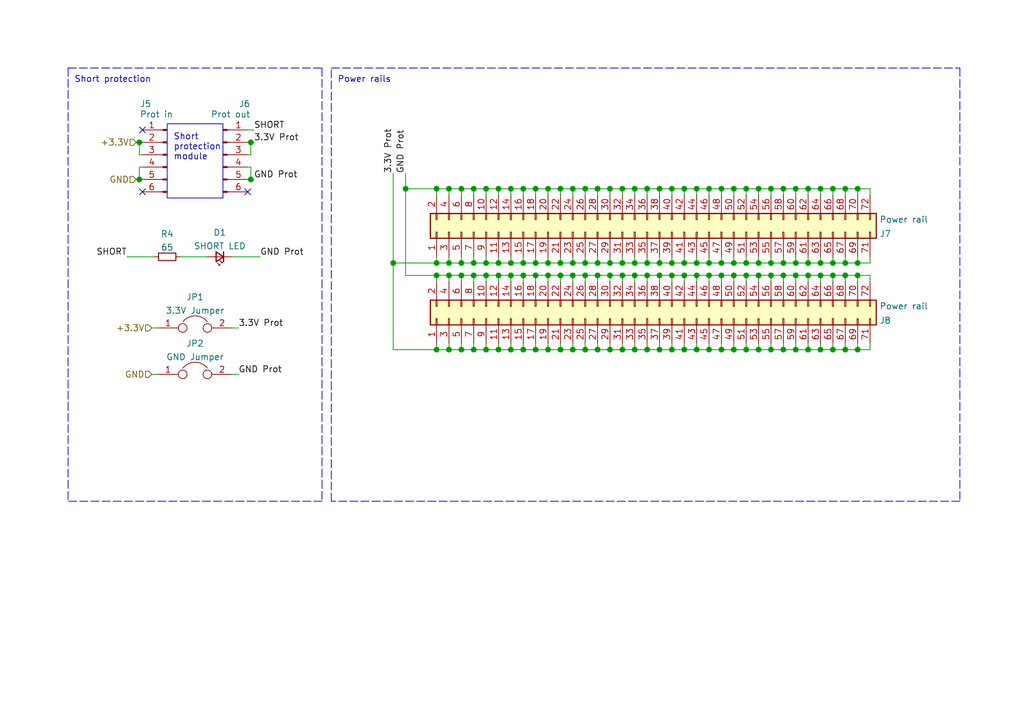
<source format=kicad_sch>
(kicad_sch (version 20210621) (generator eeschema)
  (paper "A5")
  (lib_symbols
    (symbol "Connector:Conn_01x06_Male" (pin_names (offset 1.016) hide)
      (property "Reference" "J" (at 0 7.62 0))
      (property "Value" "Conn_01x06_Male" (at 0 -10.16 0))
      (symbol "Conn_01x06_Male_1_1"
        (rectangle (start 0.8636 -7.493) (end 0 -7.747) (stroke (width 0.1524)) (fill (type outline)))
        (rectangle (start 0.8636 -4.953) (end 0 -5.207) (stroke (width 0.1524)) (fill (type outline)))
        (rectangle (start 0.8636 -2.413) (end 0 -2.667) (stroke (width 0.1524)) (fill (type outline)))
        (rectangle (start 0.8636 0.127) (end 0 -0.127) (stroke (width 0.1524)) (fill (type outline)))
        (rectangle (start 0.8636 2.667) (end 0 2.413) (stroke (width 0.1524)) (fill (type outline)))
        (rectangle (start 0.8636 5.207) (end 0 4.953) (stroke (width 0.1524)) (fill (type outline)))
        (polyline (pts (xy 1.27 -7.62) (xy 0.8636 -7.62)) (stroke (width 0.1524)))
        (polyline (pts (xy 1.27 -5.08) (xy 0.8636 -5.08)) (stroke (width 0.1524)))
        (polyline (pts (xy 1.27 -2.54) (xy 0.8636 -2.54)) (stroke (width 0.1524)))
        (polyline (pts (xy 1.27 0) (xy 0.8636 0)) (stroke (width 0.1524)))
        (polyline (pts (xy 1.27 2.54) (xy 0.8636 2.54)) (stroke (width 0.1524)))
        (polyline (pts (xy 1.27 5.08) (xy 0.8636 5.08)) (stroke (width 0.1524)))
        (pin passive line (at 5.08 5.08 180) (length 3.81) (name "Pin_1") (number "1"))
        (pin passive line (at 5.08 2.54 180) (length 3.81) (name "Pin_2") (number "2"))
        (pin passive line (at 5.08 0 180) (length 3.81) (name "Pin_3") (number "3"))
        (pin passive line (at 5.08 -2.54 180) (length 3.81) (name "Pin_4") (number "4"))
        (pin passive line (at 5.08 -5.08 180) (length 3.81) (name "Pin_5") (number "5"))
        (pin passive line (at 5.08 -7.62 180) (length 3.81) (name "Pin_6") (number "6"))
      )
    )
    (symbol "Connector_Generic:Conn_02x36_Odd_Even" (pin_names (offset 1.016) hide)
      (property "Reference" "J" (at 1.27 45.72 0))
      (property "Value" "Conn_02x36_Odd_Even" (at 1.27 -48.26 0))
      (symbol "Conn_02x36_Odd_Even_1_1"
        (rectangle (start -1.27 -45.593) (end 0 -45.847) (stroke (width 0.1524)))
        (rectangle (start -1.27 -43.053) (end 0 -43.307) (stroke (width 0.1524)))
        (rectangle (start -1.27 -40.513) (end 0 -40.767) (stroke (width 0.1524)))
        (rectangle (start -1.27 -37.973) (end 0 -38.227) (stroke (width 0.1524)))
        (rectangle (start -1.27 -35.433) (end 0 -35.687) (stroke (width 0.1524)))
        (rectangle (start -1.27 -32.893) (end 0 -33.147) (stroke (width 0.1524)))
        (rectangle (start -1.27 -30.353) (end 0 -30.607) (stroke (width 0.1524)))
        (rectangle (start -1.27 -27.813) (end 0 -28.067) (stroke (width 0.1524)))
        (rectangle (start -1.27 -25.273) (end 0 -25.527) (stroke (width 0.1524)))
        (rectangle (start -1.27 -22.733) (end 0 -22.987) (stroke (width 0.1524)))
        (rectangle (start -1.27 -20.193) (end 0 -20.447) (stroke (width 0.1524)))
        (rectangle (start -1.27 -17.653) (end 0 -17.907) (stroke (width 0.1524)))
        (rectangle (start -1.27 -15.113) (end 0 -15.367) (stroke (width 0.1524)))
        (rectangle (start -1.27 -12.573) (end 0 -12.827) (stroke (width 0.1524)))
        (rectangle (start -1.27 -10.033) (end 0 -10.287) (stroke (width 0.1524)))
        (rectangle (start -1.27 -7.493) (end 0 -7.747) (stroke (width 0.1524)))
        (rectangle (start -1.27 -4.953) (end 0 -5.207) (stroke (width 0.1524)))
        (rectangle (start -1.27 -2.413) (end 0 -2.667) (stroke (width 0.1524)))
        (rectangle (start -1.27 0.127) (end 0 -0.127) (stroke (width 0.1524)))
        (rectangle (start -1.27 2.667) (end 0 2.413) (stroke (width 0.1524)))
        (rectangle (start -1.27 5.207) (end 0 4.953) (stroke (width 0.1524)))
        (rectangle (start -1.27 7.747) (end 0 7.493) (stroke (width 0.1524)))
        (rectangle (start -1.27 10.287) (end 0 10.033) (stroke (width 0.1524)))
        (rectangle (start -1.27 12.827) (end 0 12.573) (stroke (width 0.1524)))
        (rectangle (start -1.27 15.367) (end 0 15.113) (stroke (width 0.1524)))
        (rectangle (start -1.27 17.907) (end 0 17.653) (stroke (width 0.1524)))
        (rectangle (start -1.27 20.447) (end 0 20.193) (stroke (width 0.1524)))
        (rectangle (start -1.27 22.987) (end 0 22.733) (stroke (width 0.1524)))
        (rectangle (start -1.27 25.527) (end 0 25.273) (stroke (width 0.1524)))
        (rectangle (start -1.27 28.067) (end 0 27.813) (stroke (width 0.1524)))
        (rectangle (start -1.27 30.607) (end 0 30.353) (stroke (width 0.1524)))
        (rectangle (start -1.27 33.147) (end 0 32.893) (stroke (width 0.1524)))
        (rectangle (start -1.27 35.687) (end 0 35.433) (stroke (width 0.1524)))
        (rectangle (start -1.27 38.227) (end 0 37.973) (stroke (width 0.1524)))
        (rectangle (start -1.27 40.767) (end 0 40.513) (stroke (width 0.1524)))
        (rectangle (start -1.27 43.307) (end 0 43.053) (stroke (width 0.1524)))
        (rectangle (start 3.81 -45.593) (end 2.54 -45.847) (stroke (width 0.1524)))
        (rectangle (start 3.81 -43.053) (end 2.54 -43.307) (stroke (width 0.1524)))
        (rectangle (start 3.81 -40.513) (end 2.54 -40.767) (stroke (width 0.1524)))
        (rectangle (start 3.81 -37.973) (end 2.54 -38.227) (stroke (width 0.1524)))
        (rectangle (start 3.81 -35.433) (end 2.54 -35.687) (stroke (width 0.1524)))
        (rectangle (start 3.81 -32.893) (end 2.54 -33.147) (stroke (width 0.1524)))
        (rectangle (start 3.81 -30.353) (end 2.54 -30.607) (stroke (width 0.1524)))
        (rectangle (start 3.81 -27.813) (end 2.54 -28.067) (stroke (width 0.1524)))
        (rectangle (start 3.81 -25.273) (end 2.54 -25.527) (stroke (width 0.1524)))
        (rectangle (start 3.81 -22.733) (end 2.54 -22.987) (stroke (width 0.1524)))
        (rectangle (start 3.81 -20.193) (end 2.54 -20.447) (stroke (width 0.1524)))
        (rectangle (start 3.81 -17.653) (end 2.54 -17.907) (stroke (width 0.1524)))
        (rectangle (start 3.81 -15.113) (end 2.54 -15.367) (stroke (width 0.1524)))
        (rectangle (start 3.81 -12.573) (end 2.54 -12.827) (stroke (width 0.1524)))
        (rectangle (start 3.81 -10.033) (end 2.54 -10.287) (stroke (width 0.1524)))
        (rectangle (start 3.81 -7.493) (end 2.54 -7.747) (stroke (width 0.1524)))
        (rectangle (start 3.81 -4.953) (end 2.54 -5.207) (stroke (width 0.1524)))
        (rectangle (start 3.81 -2.413) (end 2.54 -2.667) (stroke (width 0.1524)))
        (rectangle (start 3.81 0.127) (end 2.54 -0.127) (stroke (width 0.1524)))
        (rectangle (start 3.81 2.667) (end 2.54 2.413) (stroke (width 0.1524)))
        (rectangle (start 3.81 5.207) (end 2.54 4.953) (stroke (width 0.1524)))
        (rectangle (start 3.81 7.747) (end 2.54 7.493) (stroke (width 0.1524)))
        (rectangle (start 3.81 10.287) (end 2.54 10.033) (stroke (width 0.1524)))
        (rectangle (start 3.81 12.827) (end 2.54 12.573) (stroke (width 0.1524)))
        (rectangle (start 3.81 15.367) (end 2.54 15.113) (stroke (width 0.1524)))
        (rectangle (start 3.81 17.907) (end 2.54 17.653) (stroke (width 0.1524)))
        (rectangle (start 3.81 20.447) (end 2.54 20.193) (stroke (width 0.1524)))
        (rectangle (start 3.81 22.987) (end 2.54 22.733) (stroke (width 0.1524)))
        (rectangle (start 3.81 25.527) (end 2.54 25.273) (stroke (width 0.1524)))
        (rectangle (start 3.81 28.067) (end 2.54 27.813) (stroke (width 0.1524)))
        (rectangle (start 3.81 30.607) (end 2.54 30.353) (stroke (width 0.1524)))
        (rectangle (start 3.81 33.147) (end 2.54 32.893) (stroke (width 0.1524)))
        (rectangle (start 3.81 35.687) (end 2.54 35.433) (stroke (width 0.1524)))
        (rectangle (start 3.81 38.227) (end 2.54 37.973) (stroke (width 0.1524)))
        (rectangle (start 3.81 40.767) (end 2.54 40.513) (stroke (width 0.1524)))
        (rectangle (start 3.81 43.307) (end 2.54 43.053) (stroke (width 0.1524)))
        (rectangle (start -1.27 44.45) (end 3.81 -46.99) (stroke (width 0.254)) (fill (type background)))
        (pin passive line (at -5.08 43.18 0) (length 3.81) (name "Pin_1") (number "1"))
        (pin passive line (at 7.62 33.02 180) (length 3.81) (name "Pin_10") (number "10"))
        (pin passive line (at -5.08 30.48 0) (length 3.81) (name "Pin_11") (number "11"))
        (pin passive line (at 7.62 30.48 180) (length 3.81) (name "Pin_12") (number "12"))
        (pin passive line (at -5.08 27.94 0) (length 3.81) (name "Pin_13") (number "13"))
        (pin passive line (at 7.62 27.94 180) (length 3.81) (name "Pin_14") (number "14"))
        (pin passive line (at -5.08 25.4 0) (length 3.81) (name "Pin_15") (number "15"))
        (pin passive line (at 7.62 25.4 180) (length 3.81) (name "Pin_16") (number "16"))
        (pin passive line (at -5.08 22.86 0) (length 3.81) (name "Pin_17") (number "17"))
        (pin passive line (at 7.62 22.86 180) (length 3.81) (name "Pin_18") (number "18"))
        (pin passive line (at -5.08 20.32 0) (length 3.81) (name "Pin_19") (number "19"))
        (pin passive line (at 7.62 43.18 180) (length 3.81) (name "Pin_2") (number "2"))
        (pin passive line (at 7.62 20.32 180) (length 3.81) (name "Pin_20") (number "20"))
        (pin passive line (at -5.08 17.78 0) (length 3.81) (name "Pin_21") (number "21"))
        (pin passive line (at 7.62 17.78 180) (length 3.81) (name "Pin_22") (number "22"))
        (pin passive line (at -5.08 15.24 0) (length 3.81) (name "Pin_23") (number "23"))
        (pin passive line (at 7.62 15.24 180) (length 3.81) (name "Pin_24") (number "24"))
        (pin passive line (at -5.08 12.7 0) (length 3.81) (name "Pin_25") (number "25"))
        (pin passive line (at 7.62 12.7 180) (length 3.81) (name "Pin_26") (number "26"))
        (pin passive line (at -5.08 10.16 0) (length 3.81) (name "Pin_27") (number "27"))
        (pin passive line (at 7.62 10.16 180) (length 3.81) (name "Pin_28") (number "28"))
        (pin passive line (at -5.08 7.62 0) (length 3.81) (name "Pin_29") (number "29"))
        (pin passive line (at -5.08 40.64 0) (length 3.81) (name "Pin_3") (number "3"))
        (pin passive line (at 7.62 7.62 180) (length 3.81) (name "Pin_30") (number "30"))
        (pin passive line (at -5.08 5.08 0) (length 3.81) (name "Pin_31") (number "31"))
        (pin passive line (at 7.62 5.08 180) (length 3.81) (name "Pin_32") (number "32"))
        (pin passive line (at -5.08 2.54 0) (length 3.81) (name "Pin_33") (number "33"))
        (pin passive line (at 7.62 2.54 180) (length 3.81) (name "Pin_34") (number "34"))
        (pin passive line (at -5.08 0 0) (length 3.81) (name "Pin_35") (number "35"))
        (pin passive line (at 7.62 0 180) (length 3.81) (name "Pin_36") (number "36"))
        (pin passive line (at -5.08 -2.54 0) (length 3.81) (name "Pin_37") (number "37"))
        (pin passive line (at 7.62 -2.54 180) (length 3.81) (name "Pin_38") (number "38"))
        (pin passive line (at -5.08 -5.08 0) (length 3.81) (name "Pin_39") (number "39"))
        (pin passive line (at 7.62 40.64 180) (length 3.81) (name "Pin_4") (number "4"))
        (pin passive line (at 7.62 -5.08 180) (length 3.81) (name "Pin_40") (number "40"))
        (pin passive line (at -5.08 -7.62 0) (length 3.81) (name "Pin_41") (number "41"))
        (pin passive line (at 7.62 -7.62 180) (length 3.81) (name "Pin_42") (number "42"))
        (pin passive line (at -5.08 -10.16 0) (length 3.81) (name "Pin_43") (number "43"))
        (pin passive line (at 7.62 -10.16 180) (length 3.81) (name "Pin_44") (number "44"))
        (pin passive line (at -5.08 -12.7 0) (length 3.81) (name "Pin_45") (number "45"))
        (pin passive line (at 7.62 -12.7 180) (length 3.81) (name "Pin_46") (number "46"))
        (pin passive line (at -5.08 -15.24 0) (length 3.81) (name "Pin_47") (number "47"))
        (pin passive line (at 7.62 -15.24 180) (length 3.81) (name "Pin_48") (number "48"))
        (pin passive line (at -5.08 -17.78 0) (length 3.81) (name "Pin_49") (number "49"))
        (pin passive line (at -5.08 38.1 0) (length 3.81) (name "Pin_5") (number "5"))
        (pin passive line (at 7.62 -17.78 180) (length 3.81) (name "Pin_50") (number "50"))
        (pin passive line (at -5.08 -20.32 0) (length 3.81) (name "Pin_51") (number "51"))
        (pin passive line (at 7.62 -20.32 180) (length 3.81) (name "Pin_52") (number "52"))
        (pin passive line (at -5.08 -22.86 0) (length 3.81) (name "Pin_53") (number "53"))
        (pin passive line (at 7.62 -22.86 180) (length 3.81) (name "Pin_54") (number "54"))
        (pin passive line (at -5.08 -25.4 0) (length 3.81) (name "Pin_55") (number "55"))
        (pin passive line (at 7.62 -25.4 180) (length 3.81) (name "Pin_56") (number "56"))
        (pin passive line (at -5.08 -27.94 0) (length 3.81) (name "Pin_57") (number "57"))
        (pin passive line (at 7.62 -27.94 180) (length 3.81) (name "Pin_58") (number "58"))
        (pin passive line (at -5.08 -30.48 0) (length 3.81) (name "Pin_59") (number "59"))
        (pin passive line (at 7.62 38.1 180) (length 3.81) (name "Pin_6") (number "6"))
        (pin passive line (at 7.62 -30.48 180) (length 3.81) (name "Pin_60") (number "60"))
        (pin passive line (at -5.08 -33.02 0) (length 3.81) (name "Pin_61") (number "61"))
        (pin passive line (at 7.62 -33.02 180) (length 3.81) (name "Pin_62") (number "62"))
        (pin passive line (at -5.08 -35.56 0) (length 3.81) (name "Pin_63") (number "63"))
        (pin passive line (at 7.62 -35.56 180) (length 3.81) (name "Pin_64") (number "64"))
        (pin passive line (at -5.08 -38.1 0) (length 3.81) (name "Pin_65") (number "65"))
        (pin passive line (at 7.62 -38.1 180) (length 3.81) (name "Pin_66") (number "66"))
        (pin passive line (at -5.08 -40.64 0) (length 3.81) (name "Pin_67") (number "67"))
        (pin passive line (at 7.62 -40.64 180) (length 3.81) (name "Pin_68") (number "68"))
        (pin passive line (at -5.08 -43.18 0) (length 3.81) (name "Pin_69") (number "69"))
        (pin passive line (at -5.08 35.56 0) (length 3.81) (name "Pin_7") (number "7"))
        (pin passive line (at 7.62 -43.18 180) (length 3.81) (name "Pin_70") (number "70"))
        (pin passive line (at -5.08 -45.72 0) (length 3.81) (name "Pin_71") (number "71"))
        (pin passive line (at 7.62 -45.72 180) (length 3.81) (name "Pin_72") (number "72"))
        (pin passive line (at 7.62 35.56 180) (length 3.81) (name "Pin_8") (number "8"))
        (pin passive line (at -5.08 33.02 0) (length 3.81) (name "Pin_9") (number "9"))
      )
    )
    (symbol "Device:Jumper" (pin_names (offset 0.762) hide)
      (property "Reference" "JP" (at 0 3.81 0))
      (property "Value" "Jumper" (at 0 -2.032 0))
      (symbol "Jumper_0_1"
        (arc (start -2.4892 1.27) (end 2.5146 1.27) (radius (at 0 -0.6604) (length 3.175) (angles 142.6 37.3)))
        (circle (center -2.54 0) (radius 0.889))
        (circle (center 2.54 0) (radius 0.889))
        (pin passive line (at -7.62 0 0) (length 4.191) (name "1") (number "1"))
        (pin passive line (at 7.62 0 180) (length 4.191) (name "2") (number "2"))
      )
    )
    (symbol "Device:LED_Small" (pin_numbers hide) (pin_names (offset 0.254) hide)
      (property "Reference" "D" (at -1.27 3.175 0))
      (property "Value" "LED_Small" (at -4.445 -2.54 0))
      (symbol "LED_Small_0_1"
        (polyline (pts (xy -0.762 -1.016) (xy -0.762 1.016)) (stroke (width 0.254)))
        (polyline (pts (xy 1.016 0) (xy -0.762 0)))
        (polyline (pts (xy 0.762 -1.016) (xy -0.762 0) (xy 0.762 1.016) (xy 0.762 -1.016)) (stroke (width 0.254)))
        (polyline (pts (xy 0 0.762) (xy -0.508 1.27) (xy -0.254 1.27) (xy -0.508 1.27) (xy -0.508 1.016)))
        (polyline (pts (xy 0.508 1.27) (xy 0 1.778) (xy 0.254 1.778) (xy 0 1.778) (xy 0 1.524)))
      )
      (symbol "LED_Small_1_1"
        (pin passive line (at -2.54 0 0) (length 1.778) (name "K") (number "1"))
        (pin passive line (at 2.54 0 180) (length 1.778) (name "A") (number "2"))
      )
    )
    (symbol "Device:R_Small" (pin_numbers hide) (pin_names (offset 0.254) hide)
      (property "Reference" "R" (at 0.762 0.508 0))
      (property "Value" "R_Small" (at 0.762 -1.016 0))
      (symbol "R_Small_0_1"
        (rectangle (start -0.762 1.778) (end 0.762 -1.778) (stroke (width 0.2032)))
      )
      (symbol "R_Small_1_1"
        (pin passive line (at 0 2.54 270) (length 0.762) (name "~") (number "1"))
        (pin passive line (at 0 -2.54 90) (length 0.762) (name "~") (number "2"))
      )
    )
  )
  (junction (at 28.575 29.21) (diameter 1.016))
  (junction (at 28.575 36.83) (diameter 1.016))
  (junction (at 51.435 29.21) (diameter 1.016))
  (junction (at 51.435 36.83) (diameter 1.016))
  (junction (at 80.645 53.975) (diameter 1.016))
  (junction (at 83.185 38.735) (diameter 1.016))
  (junction (at 89.535 38.735) (diameter 1.016))
  (junction (at 89.535 53.975) (diameter 1.016))
  (junction (at 89.535 56.515) (diameter 1.016))
  (junction (at 89.535 71.755) (diameter 1.016))
  (junction (at 92.075 38.735) (diameter 1.016))
  (junction (at 92.075 53.975) (diameter 1.016))
  (junction (at 92.075 56.515) (diameter 1.016))
  (junction (at 92.075 71.755) (diameter 1.016))
  (junction (at 94.615 38.735) (diameter 1.016))
  (junction (at 94.615 53.975) (diameter 1.016))
  (junction (at 94.615 56.515) (diameter 1.016))
  (junction (at 94.615 71.755) (diameter 1.016))
  (junction (at 97.155 38.735) (diameter 1.016))
  (junction (at 97.155 53.975) (diameter 1.016))
  (junction (at 97.155 56.515) (diameter 1.016))
  (junction (at 97.155 71.755) (diameter 1.016))
  (junction (at 99.695 38.735) (diameter 1.016))
  (junction (at 99.695 53.975) (diameter 1.016))
  (junction (at 99.695 56.515) (diameter 1.016))
  (junction (at 99.695 71.755) (diameter 1.016))
  (junction (at 102.235 38.735) (diameter 1.016))
  (junction (at 102.235 53.975) (diameter 1.016))
  (junction (at 102.235 56.515) (diameter 1.016))
  (junction (at 102.235 71.755) (diameter 1.016))
  (junction (at 104.775 38.735) (diameter 1.016))
  (junction (at 104.775 53.975) (diameter 1.016))
  (junction (at 104.775 56.515) (diameter 1.016))
  (junction (at 104.775 71.755) (diameter 1.016))
  (junction (at 107.315 38.735) (diameter 1.016))
  (junction (at 107.315 53.975) (diameter 1.016))
  (junction (at 107.315 56.515) (diameter 1.016))
  (junction (at 107.315 71.755) (diameter 1.016))
  (junction (at 109.855 38.735) (diameter 1.016))
  (junction (at 109.855 53.975) (diameter 1.016))
  (junction (at 109.855 56.515) (diameter 1.016))
  (junction (at 109.855 71.755) (diameter 1.016))
  (junction (at 112.395 38.735) (diameter 1.016))
  (junction (at 112.395 53.975) (diameter 1.016))
  (junction (at 112.395 56.515) (diameter 1.016))
  (junction (at 112.395 71.755) (diameter 1.016))
  (junction (at 114.935 38.735) (diameter 1.016))
  (junction (at 114.935 53.975) (diameter 1.016))
  (junction (at 114.935 56.515) (diameter 1.016))
  (junction (at 114.935 71.755) (diameter 1.016))
  (junction (at 117.475 38.735) (diameter 1.016))
  (junction (at 117.475 53.975) (diameter 1.016))
  (junction (at 117.475 56.515) (diameter 1.016))
  (junction (at 117.475 71.755) (diameter 1.016))
  (junction (at 120.015 38.735) (diameter 1.016))
  (junction (at 120.015 53.975) (diameter 1.016))
  (junction (at 120.015 56.515) (diameter 1.016))
  (junction (at 120.015 71.755) (diameter 1.016))
  (junction (at 122.555 38.735) (diameter 1.016))
  (junction (at 122.555 53.975) (diameter 1.016))
  (junction (at 122.555 56.515) (diameter 1.016))
  (junction (at 122.555 71.755) (diameter 1.016))
  (junction (at 125.095 38.735) (diameter 1.016))
  (junction (at 125.095 53.975) (diameter 1.016))
  (junction (at 125.095 56.515) (diameter 1.016))
  (junction (at 125.095 71.755) (diameter 1.016))
  (junction (at 127.635 38.735) (diameter 1.016))
  (junction (at 127.635 53.975) (diameter 1.016))
  (junction (at 127.635 56.515) (diameter 1.016))
  (junction (at 127.635 71.755) (diameter 1.016))
  (junction (at 130.175 38.735) (diameter 1.016))
  (junction (at 130.175 53.975) (diameter 1.016))
  (junction (at 130.175 56.515) (diameter 1.016))
  (junction (at 130.175 71.755) (diameter 1.016))
  (junction (at 132.715 38.735) (diameter 1.016))
  (junction (at 132.715 53.975) (diameter 1.016))
  (junction (at 132.715 56.515) (diameter 1.016))
  (junction (at 132.715 71.755) (diameter 1.016))
  (junction (at 135.255 38.735) (diameter 1.016))
  (junction (at 135.255 53.975) (diameter 1.016))
  (junction (at 135.255 56.515) (diameter 1.016))
  (junction (at 135.255 71.755) (diameter 1.016))
  (junction (at 137.795 38.735) (diameter 1.016))
  (junction (at 137.795 53.975) (diameter 1.016))
  (junction (at 137.795 56.515) (diameter 1.016))
  (junction (at 137.795 71.755) (diameter 1.016))
  (junction (at 140.335 38.735) (diameter 1.016))
  (junction (at 140.335 53.975) (diameter 1.016))
  (junction (at 140.335 56.515) (diameter 1.016))
  (junction (at 140.335 71.755) (diameter 1.016))
  (junction (at 142.875 38.735) (diameter 1.016))
  (junction (at 142.875 53.975) (diameter 1.016))
  (junction (at 142.875 56.515) (diameter 1.016))
  (junction (at 142.875 71.755) (diameter 1.016))
  (junction (at 145.415 38.735) (diameter 1.016))
  (junction (at 145.415 53.975) (diameter 1.016))
  (junction (at 145.415 56.515) (diameter 1.016))
  (junction (at 145.415 71.755) (diameter 1.016))
  (junction (at 147.955 38.735) (diameter 1.016))
  (junction (at 147.955 53.975) (diameter 1.016))
  (junction (at 147.955 56.515) (diameter 1.016))
  (junction (at 147.955 71.755) (diameter 1.016))
  (junction (at 150.495 38.735) (diameter 1.016))
  (junction (at 150.495 53.975) (diameter 1.016))
  (junction (at 150.495 56.515) (diameter 1.016))
  (junction (at 150.495 71.755) (diameter 1.016))
  (junction (at 153.035 38.735) (diameter 1.016))
  (junction (at 153.035 53.975) (diameter 1.016))
  (junction (at 153.035 56.515) (diameter 1.016))
  (junction (at 153.035 71.755) (diameter 1.016))
  (junction (at 155.575 38.735) (diameter 1.016))
  (junction (at 155.575 53.975) (diameter 1.016))
  (junction (at 155.575 56.515) (diameter 1.016))
  (junction (at 155.575 71.755) (diameter 1.016))
  (junction (at 158.115 38.735) (diameter 1.016))
  (junction (at 158.115 53.975) (diameter 1.016))
  (junction (at 158.115 56.515) (diameter 1.016))
  (junction (at 158.115 71.755) (diameter 1.016))
  (junction (at 160.655 38.735) (diameter 1.016))
  (junction (at 160.655 53.975) (diameter 1.016))
  (junction (at 160.655 56.515) (diameter 1.016))
  (junction (at 160.655 71.755) (diameter 1.016))
  (junction (at 163.195 38.735) (diameter 1.016))
  (junction (at 163.195 53.975) (diameter 1.016))
  (junction (at 163.195 56.515) (diameter 1.016))
  (junction (at 163.195 71.755) (diameter 1.016))
  (junction (at 165.735 38.735) (diameter 1.016))
  (junction (at 165.735 53.975) (diameter 1.016))
  (junction (at 165.735 56.515) (diameter 1.016))
  (junction (at 165.735 71.755) (diameter 1.016))
  (junction (at 168.275 38.735) (diameter 1.016))
  (junction (at 168.275 53.975) (diameter 1.016))
  (junction (at 168.275 56.515) (diameter 1.016))
  (junction (at 168.275 71.755) (diameter 1.016))
  (junction (at 170.815 38.735) (diameter 1.016))
  (junction (at 170.815 53.975) (diameter 1.016))
  (junction (at 170.815 56.515) (diameter 1.016))
  (junction (at 170.815 71.755) (diameter 1.016))
  (junction (at 173.355 38.735) (diameter 1.016))
  (junction (at 173.355 53.975) (diameter 1.016))
  (junction (at 173.355 56.515) (diameter 1.016))
  (junction (at 173.355 71.755) (diameter 1.016))
  (junction (at 175.895 38.735) (diameter 1.016))
  (junction (at 175.895 53.975) (diameter 1.016))
  (junction (at 175.895 56.515) (diameter 1.016))
  (junction (at 175.895 71.755) (diameter 1.016))
  (no_connect (at 29.21 26.67))
  (no_connect (at 29.21 39.37))
  (no_connect (at 50.8 39.37))
  (wire (pts (xy 26.035 52.705) (xy 31.75 52.705)))
  (wire (pts (xy 27.94 29.21) (xy 28.575 29.21)))
  (wire (pts (xy 27.94 36.83) (xy 28.575 36.83)))
  (wire (pts (xy 28.575 29.21) (xy 28.575 31.75)))
  (wire (pts (xy 28.575 29.21) (xy 29.21 29.21)))
  (wire (pts (xy 28.575 31.75) (xy 29.21 31.75)))
  (wire (pts (xy 28.575 34.29) (xy 28.575 36.83)))
  (wire (pts (xy 28.575 36.83) (xy 29.21 36.83)))
  (wire (pts (xy 29.21 34.29) (xy 28.575 34.29)))
  (wire (pts (xy 31.115 67.31) (xy 32.385 67.31)))
  (wire (pts (xy 31.115 76.835) (xy 32.385 76.835)))
  (wire (pts (xy 36.83 52.705) (xy 42.545 52.705)))
  (wire (pts (xy 47.625 52.705) (xy 53.34 52.705)))
  (wire (pts (xy 47.625 67.31) (xy 48.895 67.31)))
  (wire (pts (xy 47.625 76.835) (xy 48.895 76.835)))
  (wire (pts (xy 50.8 26.67) (xy 52.07 26.67)))
  (wire (pts (xy 50.8 29.21) (xy 51.435 29.21)))
  (wire (pts (xy 50.8 31.75) (xy 51.435 31.75)))
  (wire (pts (xy 50.8 34.29) (xy 51.435 34.29)))
  (wire (pts (xy 51.435 29.21) (xy 52.07 29.21)))
  (wire (pts (xy 51.435 31.75) (xy 51.435 29.21)))
  (wire (pts (xy 51.435 34.29) (xy 51.435 36.83)))
  (wire (pts (xy 51.435 36.83) (xy 50.8 36.83)))
  (wire (pts (xy 52.07 36.83) (xy 51.435 36.83)))
  (wire (pts (xy 80.645 35.56) (xy 80.645 53.975)))
  (wire (pts (xy 80.645 53.975) (xy 80.645 71.755)))
  (wire (pts (xy 80.645 53.975) (xy 89.535 53.975)))
  (wire (pts (xy 80.645 71.755) (xy 89.535 71.755)))
  (wire (pts (xy 83.185 35.56) (xy 83.185 38.735)))
  (wire (pts (xy 83.185 38.735) (xy 83.185 56.515)))
  (wire (pts (xy 83.185 38.735) (xy 89.535 38.735)))
  (wire (pts (xy 83.185 56.515) (xy 89.535 56.515)))
  (wire (pts (xy 89.535 38.735) (xy 92.075 38.735)))
  (wire (pts (xy 89.535 40.005) (xy 89.535 38.735)))
  (wire (pts (xy 89.535 52.705) (xy 89.535 53.975)))
  (wire (pts (xy 89.535 53.975) (xy 92.075 53.975)))
  (wire (pts (xy 89.535 56.515) (xy 92.075 56.515)))
  (wire (pts (xy 89.535 57.785) (xy 89.535 56.515)))
  (wire (pts (xy 89.535 70.485) (xy 89.535 71.755)))
  (wire (pts (xy 89.535 71.755) (xy 92.075 71.755)))
  (wire (pts (xy 92.075 38.735) (xy 92.075 40.005)))
  (wire (pts (xy 92.075 38.735) (xy 94.615 38.735)))
  (wire (pts (xy 92.075 53.975) (xy 92.075 52.705)))
  (wire (pts (xy 92.075 53.975) (xy 94.615 53.975)))
  (wire (pts (xy 92.075 56.515) (xy 92.075 57.785)))
  (wire (pts (xy 92.075 56.515) (xy 94.615 56.515)))
  (wire (pts (xy 92.075 71.755) (xy 92.075 70.485)))
  (wire (pts (xy 92.075 71.755) (xy 94.615 71.755)))
  (wire (pts (xy 94.615 38.735) (xy 94.615 40.005)))
  (wire (pts (xy 94.615 38.735) (xy 97.155 38.735)))
  (wire (pts (xy 94.615 53.975) (xy 94.615 52.705)))
  (wire (pts (xy 94.615 53.975) (xy 97.155 53.975)))
  (wire (pts (xy 94.615 56.515) (xy 94.615 57.785)))
  (wire (pts (xy 94.615 56.515) (xy 97.155 56.515)))
  (wire (pts (xy 94.615 71.755) (xy 94.615 70.485)))
  (wire (pts (xy 94.615 71.755) (xy 97.155 71.755)))
  (wire (pts (xy 97.155 38.735) (xy 97.155 40.005)))
  (wire (pts (xy 97.155 38.735) (xy 99.695 38.735)))
  (wire (pts (xy 97.155 52.705) (xy 97.155 53.975)))
  (wire (pts (xy 97.155 53.975) (xy 99.695 53.975)))
  (wire (pts (xy 97.155 56.515) (xy 97.155 57.785)))
  (wire (pts (xy 97.155 56.515) (xy 99.695 56.515)))
  (wire (pts (xy 97.155 70.485) (xy 97.155 71.755)))
  (wire (pts (xy 97.155 71.755) (xy 99.695 71.755)))
  (wire (pts (xy 99.695 38.735) (xy 99.695 40.005)))
  (wire (pts (xy 99.695 38.735) (xy 102.235 38.735)))
  (wire (pts (xy 99.695 52.705) (xy 99.695 53.975)))
  (wire (pts (xy 99.695 53.975) (xy 102.235 53.975)))
  (wire (pts (xy 99.695 56.515) (xy 99.695 57.785)))
  (wire (pts (xy 99.695 56.515) (xy 102.235 56.515)))
  (wire (pts (xy 99.695 70.485) (xy 99.695 71.755)))
  (wire (pts (xy 99.695 71.755) (xy 102.235 71.755)))
  (wire (pts (xy 102.235 38.735) (xy 102.235 40.005)))
  (wire (pts (xy 102.235 38.735) (xy 104.775 38.735)))
  (wire (pts (xy 102.235 52.705) (xy 102.235 53.975)))
  (wire (pts (xy 102.235 53.975) (xy 104.775 53.975)))
  (wire (pts (xy 102.235 56.515) (xy 102.235 57.785)))
  (wire (pts (xy 102.235 56.515) (xy 104.775 56.515)))
  (wire (pts (xy 102.235 70.485) (xy 102.235 71.755)))
  (wire (pts (xy 102.235 71.755) (xy 104.775 71.755)))
  (wire (pts (xy 104.775 38.735) (xy 104.775 40.005)))
  (wire (pts (xy 104.775 38.735) (xy 107.315 38.735)))
  (wire (pts (xy 104.775 52.705) (xy 104.775 53.975)))
  (wire (pts (xy 104.775 53.975) (xy 107.315 53.975)))
  (wire (pts (xy 104.775 56.515) (xy 104.775 57.785)))
  (wire (pts (xy 104.775 56.515) (xy 107.315 56.515)))
  (wire (pts (xy 104.775 70.485) (xy 104.775 71.755)))
  (wire (pts (xy 104.775 71.755) (xy 107.315 71.755)))
  (wire (pts (xy 107.315 38.735) (xy 107.315 40.005)))
  (wire (pts (xy 107.315 38.735) (xy 109.855 38.735)))
  (wire (pts (xy 107.315 52.705) (xy 107.315 53.975)))
  (wire (pts (xy 107.315 53.975) (xy 109.855 53.975)))
  (wire (pts (xy 107.315 56.515) (xy 107.315 57.785)))
  (wire (pts (xy 107.315 56.515) (xy 109.855 56.515)))
  (wire (pts (xy 107.315 70.485) (xy 107.315 71.755)))
  (wire (pts (xy 107.315 71.755) (xy 109.855 71.755)))
  (wire (pts (xy 109.855 38.735) (xy 109.855 40.005)))
  (wire (pts (xy 109.855 38.735) (xy 112.395 38.735)))
  (wire (pts (xy 109.855 52.705) (xy 109.855 53.975)))
  (wire (pts (xy 109.855 53.975) (xy 112.395 53.975)))
  (wire (pts (xy 109.855 56.515) (xy 109.855 57.785)))
  (wire (pts (xy 109.855 56.515) (xy 112.395 56.515)))
  (wire (pts (xy 109.855 70.485) (xy 109.855 71.755)))
  (wire (pts (xy 109.855 71.755) (xy 112.395 71.755)))
  (wire (pts (xy 112.395 38.735) (xy 112.395 40.005)))
  (wire (pts (xy 112.395 38.735) (xy 114.935 38.735)))
  (wire (pts (xy 112.395 52.705) (xy 112.395 53.975)))
  (wire (pts (xy 112.395 53.975) (xy 114.935 53.975)))
  (wire (pts (xy 112.395 56.515) (xy 112.395 57.785)))
  (wire (pts (xy 112.395 56.515) (xy 114.935 56.515)))
  (wire (pts (xy 112.395 70.485) (xy 112.395 71.755)))
  (wire (pts (xy 112.395 71.755) (xy 114.935 71.755)))
  (wire (pts (xy 114.935 38.735) (xy 114.935 40.005)))
  (wire (pts (xy 114.935 38.735) (xy 117.475 38.735)))
  (wire (pts (xy 114.935 52.705) (xy 114.935 53.975)))
  (wire (pts (xy 114.935 53.975) (xy 117.475 53.975)))
  (wire (pts (xy 114.935 56.515) (xy 114.935 57.785)))
  (wire (pts (xy 114.935 56.515) (xy 117.475 56.515)))
  (wire (pts (xy 114.935 70.485) (xy 114.935 71.755)))
  (wire (pts (xy 114.935 71.755) (xy 117.475 71.755)))
  (wire (pts (xy 117.475 38.735) (xy 117.475 40.005)))
  (wire (pts (xy 117.475 38.735) (xy 120.015 38.735)))
  (wire (pts (xy 117.475 52.705) (xy 117.475 53.975)))
  (wire (pts (xy 117.475 53.975) (xy 120.015 53.975)))
  (wire (pts (xy 117.475 56.515) (xy 117.475 57.785)))
  (wire (pts (xy 117.475 56.515) (xy 120.015 56.515)))
  (wire (pts (xy 117.475 70.485) (xy 117.475 71.755)))
  (wire (pts (xy 117.475 71.755) (xy 120.015 71.755)))
  (wire (pts (xy 120.015 38.735) (xy 120.015 40.005)))
  (wire (pts (xy 120.015 38.735) (xy 122.555 38.735)))
  (wire (pts (xy 120.015 52.705) (xy 120.015 53.975)))
  (wire (pts (xy 120.015 53.975) (xy 122.555 53.975)))
  (wire (pts (xy 120.015 56.515) (xy 120.015 57.785)))
  (wire (pts (xy 120.015 56.515) (xy 122.555 56.515)))
  (wire (pts (xy 120.015 70.485) (xy 120.015 71.755)))
  (wire (pts (xy 120.015 71.755) (xy 122.555 71.755)))
  (wire (pts (xy 122.555 38.735) (xy 122.555 40.005)))
  (wire (pts (xy 122.555 38.735) (xy 125.095 38.735)))
  (wire (pts (xy 122.555 52.705) (xy 122.555 53.975)))
  (wire (pts (xy 122.555 53.975) (xy 125.095 53.975)))
  (wire (pts (xy 122.555 56.515) (xy 122.555 57.785)))
  (wire (pts (xy 122.555 56.515) (xy 125.095 56.515)))
  (wire (pts (xy 122.555 70.485) (xy 122.555 71.755)))
  (wire (pts (xy 122.555 71.755) (xy 125.095 71.755)))
  (wire (pts (xy 125.095 38.735) (xy 125.095 40.005)))
  (wire (pts (xy 125.095 38.735) (xy 127.635 38.735)))
  (wire (pts (xy 125.095 52.705) (xy 125.095 53.975)))
  (wire (pts (xy 125.095 53.975) (xy 127.635 53.975)))
  (wire (pts (xy 125.095 56.515) (xy 125.095 57.785)))
  (wire (pts (xy 125.095 56.515) (xy 127.635 56.515)))
  (wire (pts (xy 125.095 70.485) (xy 125.095 71.755)))
  (wire (pts (xy 125.095 71.755) (xy 127.635 71.755)))
  (wire (pts (xy 127.635 38.735) (xy 127.635 40.005)))
  (wire (pts (xy 127.635 38.735) (xy 130.175 38.735)))
  (wire (pts (xy 127.635 52.705) (xy 127.635 53.975)))
  (wire (pts (xy 127.635 53.975) (xy 130.175 53.975)))
  (wire (pts (xy 127.635 56.515) (xy 127.635 57.785)))
  (wire (pts (xy 127.635 56.515) (xy 130.175 56.515)))
  (wire (pts (xy 127.635 70.485) (xy 127.635 71.755)))
  (wire (pts (xy 127.635 71.755) (xy 130.175 71.755)))
  (wire (pts (xy 130.175 38.735) (xy 130.175 40.005)))
  (wire (pts (xy 130.175 38.735) (xy 132.715 38.735)))
  (wire (pts (xy 130.175 52.705) (xy 130.175 53.975)))
  (wire (pts (xy 130.175 53.975) (xy 132.715 53.975)))
  (wire (pts (xy 130.175 56.515) (xy 130.175 57.785)))
  (wire (pts (xy 130.175 56.515) (xy 132.715 56.515)))
  (wire (pts (xy 130.175 70.485) (xy 130.175 71.755)))
  (wire (pts (xy 130.175 71.755) (xy 132.715 71.755)))
  (wire (pts (xy 132.715 38.735) (xy 132.715 40.005)))
  (wire (pts (xy 132.715 38.735) (xy 135.255 38.735)))
  (wire (pts (xy 132.715 52.705) (xy 132.715 53.975)))
  (wire (pts (xy 132.715 53.975) (xy 135.255 53.975)))
  (wire (pts (xy 132.715 56.515) (xy 132.715 57.785)))
  (wire (pts (xy 132.715 56.515) (xy 135.255 56.515)))
  (wire (pts (xy 132.715 70.485) (xy 132.715 71.755)))
  (wire (pts (xy 132.715 71.755) (xy 135.255 71.755)))
  (wire (pts (xy 135.255 38.735) (xy 135.255 40.005)))
  (wire (pts (xy 135.255 38.735) (xy 137.795 38.735)))
  (wire (pts (xy 135.255 52.705) (xy 135.255 53.975)))
  (wire (pts (xy 135.255 53.975) (xy 137.795 53.975)))
  (wire (pts (xy 135.255 56.515) (xy 135.255 57.785)))
  (wire (pts (xy 135.255 56.515) (xy 137.795 56.515)))
  (wire (pts (xy 135.255 70.485) (xy 135.255 71.755)))
  (wire (pts (xy 135.255 71.755) (xy 137.795 71.755)))
  (wire (pts (xy 137.795 38.735) (xy 137.795 40.005)))
  (wire (pts (xy 137.795 38.735) (xy 140.335 38.735)))
  (wire (pts (xy 137.795 52.705) (xy 137.795 53.975)))
  (wire (pts (xy 137.795 53.975) (xy 140.335 53.975)))
  (wire (pts (xy 137.795 56.515) (xy 137.795 57.785)))
  (wire (pts (xy 137.795 56.515) (xy 140.335 56.515)))
  (wire (pts (xy 137.795 70.485) (xy 137.795 71.755)))
  (wire (pts (xy 137.795 71.755) (xy 140.335 71.755)))
  (wire (pts (xy 140.335 38.735) (xy 140.335 40.005)))
  (wire (pts (xy 140.335 38.735) (xy 142.875 38.735)))
  (wire (pts (xy 140.335 52.705) (xy 140.335 53.975)))
  (wire (pts (xy 140.335 53.975) (xy 142.875 53.975)))
  (wire (pts (xy 140.335 56.515) (xy 140.335 57.785)))
  (wire (pts (xy 140.335 56.515) (xy 142.875 56.515)))
  (wire (pts (xy 140.335 70.485) (xy 140.335 71.755)))
  (wire (pts (xy 140.335 71.755) (xy 142.875 71.755)))
  (wire (pts (xy 142.875 38.735) (xy 142.875 40.005)))
  (wire (pts (xy 142.875 38.735) (xy 145.415 38.735)))
  (wire (pts (xy 142.875 52.705) (xy 142.875 53.975)))
  (wire (pts (xy 142.875 53.975) (xy 145.415 53.975)))
  (wire (pts (xy 142.875 56.515) (xy 142.875 57.785)))
  (wire (pts (xy 142.875 56.515) (xy 145.415 56.515)))
  (wire (pts (xy 142.875 70.485) (xy 142.875 71.755)))
  (wire (pts (xy 142.875 71.755) (xy 145.415 71.755)))
  (wire (pts (xy 145.415 38.735) (xy 145.415 40.005)))
  (wire (pts (xy 145.415 38.735) (xy 147.955 38.735)))
  (wire (pts (xy 145.415 52.705) (xy 145.415 53.975)))
  (wire (pts (xy 145.415 53.975) (xy 147.955 53.975)))
  (wire (pts (xy 145.415 56.515) (xy 145.415 57.785)))
  (wire (pts (xy 145.415 56.515) (xy 147.955 56.515)))
  (wire (pts (xy 145.415 70.485) (xy 145.415 71.755)))
  (wire (pts (xy 145.415 71.755) (xy 147.955 71.755)))
  (wire (pts (xy 147.955 38.735) (xy 147.955 40.005)))
  (wire (pts (xy 147.955 38.735) (xy 150.495 38.735)))
  (wire (pts (xy 147.955 52.705) (xy 147.955 53.975)))
  (wire (pts (xy 147.955 53.975) (xy 150.495 53.975)))
  (wire (pts (xy 147.955 56.515) (xy 147.955 57.785)))
  (wire (pts (xy 147.955 56.515) (xy 150.495 56.515)))
  (wire (pts (xy 147.955 70.485) (xy 147.955 71.755)))
  (wire (pts (xy 147.955 71.755) (xy 150.495 71.755)))
  (wire (pts (xy 150.495 38.735) (xy 150.495 40.005)))
  (wire (pts (xy 150.495 38.735) (xy 153.035 38.735)))
  (wire (pts (xy 150.495 52.705) (xy 150.495 53.975)))
  (wire (pts (xy 150.495 53.975) (xy 153.035 53.975)))
  (wire (pts (xy 150.495 56.515) (xy 150.495 57.785)))
  (wire (pts (xy 150.495 56.515) (xy 153.035 56.515)))
  (wire (pts (xy 150.495 70.485) (xy 150.495 71.755)))
  (wire (pts (xy 150.495 71.755) (xy 153.035 71.755)))
  (wire (pts (xy 153.035 38.735) (xy 153.035 40.005)))
  (wire (pts (xy 153.035 38.735) (xy 155.575 38.735)))
  (wire (pts (xy 153.035 52.705) (xy 153.035 53.975)))
  (wire (pts (xy 153.035 53.975) (xy 155.575 53.975)))
  (wire (pts (xy 153.035 56.515) (xy 153.035 57.785)))
  (wire (pts (xy 153.035 56.515) (xy 155.575 56.515)))
  (wire (pts (xy 153.035 70.485) (xy 153.035 71.755)))
  (wire (pts (xy 153.035 71.755) (xy 155.575 71.755)))
  (wire (pts (xy 155.575 38.735) (xy 155.575 40.005)))
  (wire (pts (xy 155.575 38.735) (xy 158.115 38.735)))
  (wire (pts (xy 155.575 52.705) (xy 155.575 53.975)))
  (wire (pts (xy 155.575 53.975) (xy 158.115 53.975)))
  (wire (pts (xy 155.575 56.515) (xy 155.575 57.785)))
  (wire (pts (xy 155.575 56.515) (xy 158.115 56.515)))
  (wire (pts (xy 155.575 70.485) (xy 155.575 71.755)))
  (wire (pts (xy 155.575 71.755) (xy 158.115 71.755)))
  (wire (pts (xy 158.115 38.735) (xy 158.115 40.005)))
  (wire (pts (xy 158.115 38.735) (xy 160.655 38.735)))
  (wire (pts (xy 158.115 52.705) (xy 158.115 53.975)))
  (wire (pts (xy 158.115 53.975) (xy 160.655 53.975)))
  (wire (pts (xy 158.115 56.515) (xy 158.115 57.785)))
  (wire (pts (xy 158.115 56.515) (xy 160.655 56.515)))
  (wire (pts (xy 158.115 70.485) (xy 158.115 71.755)))
  (wire (pts (xy 158.115 71.755) (xy 160.655 71.755)))
  (wire (pts (xy 160.655 38.735) (xy 160.655 40.005)))
  (wire (pts (xy 160.655 38.735) (xy 163.195 38.735)))
  (wire (pts (xy 160.655 52.705) (xy 160.655 53.975)))
  (wire (pts (xy 160.655 53.975) (xy 163.195 53.975)))
  (wire (pts (xy 160.655 56.515) (xy 160.655 57.785)))
  (wire (pts (xy 160.655 56.515) (xy 163.195 56.515)))
  (wire (pts (xy 160.655 70.485) (xy 160.655 71.755)))
  (wire (pts (xy 160.655 71.755) (xy 163.195 71.755)))
  (wire (pts (xy 163.195 38.735) (xy 163.195 40.005)))
  (wire (pts (xy 163.195 38.735) (xy 165.735 38.735)))
  (wire (pts (xy 163.195 52.705) (xy 163.195 53.975)))
  (wire (pts (xy 163.195 53.975) (xy 165.735 53.975)))
  (wire (pts (xy 163.195 56.515) (xy 163.195 57.785)))
  (wire (pts (xy 163.195 56.515) (xy 165.735 56.515)))
  (wire (pts (xy 163.195 70.485) (xy 163.195 71.755)))
  (wire (pts (xy 163.195 71.755) (xy 165.735 71.755)))
  (wire (pts (xy 165.735 38.735) (xy 165.735 40.005)))
  (wire (pts (xy 165.735 38.735) (xy 168.275 38.735)))
  (wire (pts (xy 165.735 52.705) (xy 165.735 53.975)))
  (wire (pts (xy 165.735 53.975) (xy 168.275 53.975)))
  (wire (pts (xy 165.735 56.515) (xy 165.735 57.785)))
  (wire (pts (xy 165.735 56.515) (xy 168.275 56.515)))
  (wire (pts (xy 165.735 70.485) (xy 165.735 71.755)))
  (wire (pts (xy 165.735 71.755) (xy 168.275 71.755)))
  (wire (pts (xy 168.275 38.735) (xy 168.275 40.005)))
  (wire (pts (xy 168.275 38.735) (xy 170.815 38.735)))
  (wire (pts (xy 168.275 52.705) (xy 168.275 53.975)))
  (wire (pts (xy 168.275 53.975) (xy 170.815 53.975)))
  (wire (pts (xy 168.275 56.515) (xy 168.275 57.785)))
  (wire (pts (xy 168.275 56.515) (xy 170.815 56.515)))
  (wire (pts (xy 168.275 70.485) (xy 168.275 71.755)))
  (wire (pts (xy 168.275 71.755) (xy 170.815 71.755)))
  (wire (pts (xy 170.815 38.735) (xy 170.815 40.005)))
  (wire (pts (xy 170.815 38.735) (xy 173.355 38.735)))
  (wire (pts (xy 170.815 52.705) (xy 170.815 53.975)))
  (wire (pts (xy 170.815 53.975) (xy 173.355 53.975)))
  (wire (pts (xy 170.815 56.515) (xy 170.815 57.785)))
  (wire (pts (xy 170.815 56.515) (xy 173.355 56.515)))
  (wire (pts (xy 170.815 70.485) (xy 170.815 71.755)))
  (wire (pts (xy 170.815 71.755) (xy 173.355 71.755)))
  (wire (pts (xy 173.355 38.735) (xy 173.355 40.005)))
  (wire (pts (xy 173.355 38.735) (xy 175.895 38.735)))
  (wire (pts (xy 173.355 52.705) (xy 173.355 53.975)))
  (wire (pts (xy 173.355 53.975) (xy 175.895 53.975)))
  (wire (pts (xy 173.355 56.515) (xy 173.355 57.785)))
  (wire (pts (xy 173.355 56.515) (xy 175.895 56.515)))
  (wire (pts (xy 173.355 70.485) (xy 173.355 71.755)))
  (wire (pts (xy 173.355 71.755) (xy 175.895 71.755)))
  (wire (pts (xy 175.895 38.735) (xy 175.895 40.005)))
  (wire (pts (xy 175.895 38.735) (xy 178.435 38.735)))
  (wire (pts (xy 175.895 52.705) (xy 175.895 53.975)))
  (wire (pts (xy 175.895 53.975) (xy 178.435 53.975)))
  (wire (pts (xy 175.895 56.515) (xy 175.895 57.785)))
  (wire (pts (xy 175.895 56.515) (xy 178.435 56.515)))
  (wire (pts (xy 175.895 70.485) (xy 175.895 71.755)))
  (wire (pts (xy 175.895 71.755) (xy 178.435 71.755)))
  (wire (pts (xy 178.435 38.735) (xy 178.435 40.005)))
  (wire (pts (xy 178.435 53.975) (xy 178.435 52.705)))
  (wire (pts (xy 178.435 56.515) (xy 178.435 57.785)))
  (wire (pts (xy 178.435 71.755) (xy 178.435 70.485)))
  (polyline (pts (xy 13.97 13.97) (xy 13.97 102.87)) (stroke (width 0) (type dash)))
  (polyline (pts (xy 13.97 13.97) (xy 66.04 13.97)) (stroke (width 0) (type dash)))
  (polyline (pts (xy 34.29 25.4) (xy 34.29 40.64)) (stroke (width 0) (type solid)))
  (polyline (pts (xy 34.29 25.4) (xy 45.72 25.4)) (stroke (width 0) (type solid)))
  (polyline (pts (xy 34.29 40.64) (xy 45.72 40.64)) (stroke (width 0) (type solid)))
  (polyline (pts (xy 45.72 40.64) (xy 45.72 25.4)) (stroke (width 0) (type solid)))
  (polyline (pts (xy 66.04 13.97) (xy 66.04 102.87)) (stroke (width 0) (type dash)))
  (polyline (pts (xy 66.04 102.87) (xy 13.97 102.87)) (stroke (width 0) (type dash)))
  (polyline (pts (xy 67.945 13.97) (xy 196.85 13.97)) (stroke (width 0) (type dash)))
  (polyline (pts (xy 67.945 102.87) (xy 67.945 13.97)) (stroke (width 0) (type dash)))
  (polyline (pts (xy 196.85 13.97) (xy 196.85 102.87)) (stroke (width 0) (type dash)))
  (polyline (pts (xy 196.85 102.87) (xy 67.945 102.87)) (stroke (width 0) (type dash)))
  (text "Short protection" (at 15.24 17.145 0) (effects (font (size 1.27 1.27)) (justify left bottom)))
  (text "Short \nprotection\nmodule" (at 35.56 33.02 0) (effects (font (size 1.27 1.27)) (justify left bottom)))
  (text "Power rails" (at 69.215 17.145 0) (effects (font (size 1.27 1.27)) (justify left bottom)))
  (label "SHORT" (at 26.035 52.705 180))
  (label "3.3V Prot" (at 48.895 67.31 0))
  (label "GND Prot" (at 48.895 76.835 0))
  (label "SHORT" (at 52.07 26.67 0))
  (label "3.3V Prot" (at 52.07 29.21 0))
  (label "GND Prot" (at 52.07 36.83 0))
  (label "GND Prot" (at 53.34 52.705 0))
  (label "3.3V Prot" (at 80.645 35.56 90))
  (label "GND Prot" (at 83.185 35.56 90))
  (hierarchical_label "+3.3V" (shape input) (at 27.94 29.21 180))
  (hierarchical_label "GND" (shape input) (at 27.94 36.83 180))
  (hierarchical_label "+3.3V" (shape input) (at 31.115 67.31 180))
  (hierarchical_label "GND" (shape input) (at 31.115 76.835 180))
  (symbol (lib_id "Device:R_Small") (at 34.29 52.705 90) (unit 1)
    (property "Reference" "R4" (at 34.29 48.0018 90))
    (property "Value" "65" (at 34.29 50.7769 90))
    (property "Footprint" "Resistor_SMD:R_0603_1608Metric" (effects hide))
    (property "LCSC Part" "C23032" (effects hide))
  )
  (symbol (lib_id "Device:LED_Small") (at 45.085 52.705 180) (unit 1)
    (property "Reference" "D1" (at 45.085 47.7224 0))
    (property "Value" "SHORT LED" (at 45.085 50.4975 0))
    (property "Footprint" "LED_SMD:LED_1206_3216Metric_Castellated" (effects hide))
    (property "LCSC Part" "C2286" (effects hide))
  )
  (symbol (lib_id "Device:Jumper") (at 40.005 67.31 0) (unit 1)
    (property "Reference" "JP1" (at 40.005 60.9558 0))
    (property "Value" "3.3V Jumper" (at 40.005 63.7309 0))
    (property "Footprint" "Jumper:SolderJumper-2_P1.3mm_Open_Pad1.0x1.5mm" (effects hide))
  )
  (symbol (lib_id "Device:Jumper") (at 40.005 76.835 0) (unit 1)
    (property "Reference" "JP2" (at 40.005 70.4808 0))
    (property "Value" "GND Jumper" (at 40.005 73.2559 0))
    (property "Footprint" "Jumper:SolderJumper-2_P1.3mm_Open_Pad1.0x1.5mm" (effects hide))
  )
  (symbol (lib_id "Connector:Conn_01x06_Male") (at 34.29 31.75 0) (mirror y) (unit 1)
    (property "Reference" "J5" (at 28.6513 21.3165 0) (effects (justify right)))
    (property "Value" "Prot in" (at 28.6513 23.4566 0) (effects (justify right)))
    (property "Footprint" "custom:PinSocket_1x06_P2.54mm_Vertical" (effects hide))
  )
  (symbol (lib_id "Connector:Conn_01x06_Male") (at 45.72 31.75 0) (unit 1)
    (property "Reference" "J6" (at 51.3587 21.3165 0) (effects (justify right)))
    (property "Value" "Prot out" (at 51.3587 23.4566 0) (effects (justify right)))
    (property "Footprint" "custom:PinSocket_1x06_P2.54mm_Vertical" (effects hide))
  )
  (symbol (lib_id "Connector_Generic:Conn_02x36_Odd_Even") (at 132.715 47.625 90) (unit 1)
    (property "Reference" "J7" (at 182.753 47.9865 90) (effects (justify left)))
    (property "Value" "Power rail" (at 190.373 45.0466 90) (effects (justify left)))
    (property "Footprint" "Connector_PinSocket_2.54mm:PinSocket_2x36_P2.54mm_Vertical" (effects hide))
  )
  (symbol (lib_id "Connector_Generic:Conn_02x36_Odd_Even") (at 132.715 65.405 90) (unit 1)
    (property "Reference" "J8" (at 182.753 65.7665 90) (effects (justify left)))
    (property "Value" "Power rail" (at 190.373 62.8266 90) (effects (justify left)))
    (property "Footprint" "Connector_PinSocket_2.54mm:PinSocket_2x36_P2.54mm_Vertical" (effects hide))
  )
)
</source>
